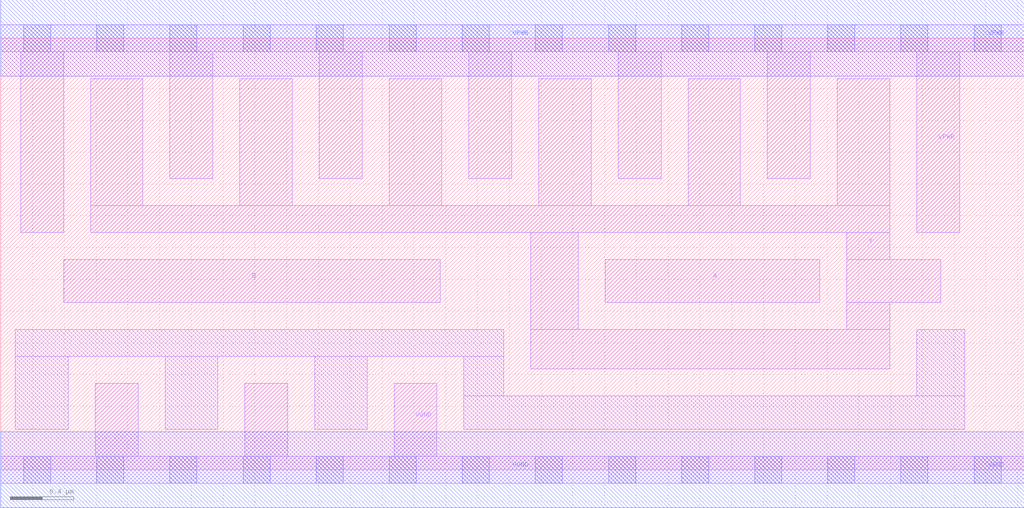
<source format=lef>
# Copyright 2020 The SkyWater PDK Authors
#
# Licensed under the Apache License, Version 2.0 (the "License");
# you may not use this file except in compliance with the License.
# You may obtain a copy of the License at
#
#     https://www.apache.org/licenses/LICENSE-2.0
#
# Unless required by applicable law or agreed to in writing, software
# distributed under the License is distributed on an "AS IS" BASIS,
# WITHOUT WARRANTIES OR CONDITIONS OF ANY KIND, either express or implied.
# See the License for the specific language governing permissions and
# limitations under the License.
#
# SPDX-License-Identifier: Apache-2.0

VERSION 5.7 ;
  NAMESCASESENSITIVE ON ;
  NOWIREEXTENSIONATPIN ON ;
  DIVIDERCHAR "/" ;
  BUSBITCHARS "[]" ;
UNITS
  DATABASE MICRONS 200 ;
END UNITS
PROPERTYDEFINITIONS
  MACRO maskLayoutSubType STRING ;
  MACRO prCellType STRING ;
  MACRO originalViewName STRING ;
END PROPERTYDEFINITIONS
MACRO sky130_fd_sc_hdll__nand2_6
  CLASS CORE ;
  FOREIGN sky130_fd_sc_hdll__nand2_6 ;
  ORIGIN  0.000000  0.000000 ;
  SIZE  6.440000 BY  2.720000 ;
  SYMMETRY X Y R90 ;
  SITE unithd ;
  PIN A
    ANTENNAGATEAREA  1.665000 ;
    DIRECTION INPUT ;
    USE SIGNAL ;
    PORT
      LAYER li1 ;
        RECT 3.805000 1.055000 5.155000 1.325000 ;
    END
  END A
  PIN B
    ANTENNAGATEAREA  1.665000 ;
    DIRECTION INPUT ;
    USE SIGNAL ;
    PORT
      LAYER li1 ;
        RECT 0.395000 1.055000 2.765000 1.325000 ;
    END
  END B
  PIN VGND
    ANTENNADIFFAREA  0.721500 ;
    DIRECTION INOUT ;
    USE SIGNAL ;
    PORT
      LAYER li1 ;
        RECT 0.000000 -0.085000 6.440000 0.085000 ;
        RECT 0.595000  0.085000 0.865000 0.545000 ;
        RECT 1.535000  0.085000 1.805000 0.545000 ;
        RECT 2.475000  0.085000 2.745000 0.545000 ;
      LAYER mcon ;
        RECT 0.145000 -0.085000 0.315000 0.085000 ;
        RECT 0.605000 -0.085000 0.775000 0.085000 ;
        RECT 1.065000 -0.085000 1.235000 0.085000 ;
        RECT 1.525000 -0.085000 1.695000 0.085000 ;
        RECT 1.985000 -0.085000 2.155000 0.085000 ;
        RECT 2.445000 -0.085000 2.615000 0.085000 ;
        RECT 2.905000 -0.085000 3.075000 0.085000 ;
        RECT 3.365000 -0.085000 3.535000 0.085000 ;
        RECT 3.825000 -0.085000 3.995000 0.085000 ;
        RECT 4.285000 -0.085000 4.455000 0.085000 ;
        RECT 4.745000 -0.085000 4.915000 0.085000 ;
        RECT 5.205000 -0.085000 5.375000 0.085000 ;
        RECT 5.665000 -0.085000 5.835000 0.085000 ;
        RECT 6.125000 -0.085000 6.295000 0.085000 ;
      LAYER met1 ;
        RECT 0.000000 -0.240000 6.440000 0.240000 ;
    END
  END VGND
  PIN VPWR
    ANTENNADIFFAREA  1.990000 ;
    DIRECTION INOUT ;
    USE SIGNAL ;
    PORT
      LAYER li1 ;
        RECT 0.000000 2.635000 6.440000 2.805000 ;
        RECT 0.125000 1.495000 0.395000 2.635000 ;
        RECT 1.065000 1.835000 1.335000 2.635000 ;
        RECT 2.005000 1.835000 2.275000 2.635000 ;
        RECT 2.945000 1.835000 3.215000 2.635000 ;
        RECT 3.885000 1.835000 4.155000 2.635000 ;
        RECT 4.825000 1.835000 5.095000 2.635000 ;
        RECT 5.765000 1.495000 6.035000 2.635000 ;
      LAYER mcon ;
        RECT 0.145000 2.635000 0.315000 2.805000 ;
        RECT 0.605000 2.635000 0.775000 2.805000 ;
        RECT 1.065000 2.635000 1.235000 2.805000 ;
        RECT 1.525000 2.635000 1.695000 2.805000 ;
        RECT 1.985000 2.635000 2.155000 2.805000 ;
        RECT 2.445000 2.635000 2.615000 2.805000 ;
        RECT 2.905000 2.635000 3.075000 2.805000 ;
        RECT 3.365000 2.635000 3.535000 2.805000 ;
        RECT 3.825000 2.635000 3.995000 2.805000 ;
        RECT 4.285000 2.635000 4.455000 2.805000 ;
        RECT 4.745000 2.635000 4.915000 2.805000 ;
        RECT 5.205000 2.635000 5.375000 2.805000 ;
        RECT 5.665000 2.635000 5.835000 2.805000 ;
        RECT 6.125000 2.635000 6.295000 2.805000 ;
      LAYER met1 ;
        RECT 0.000000 2.480000 6.440000 2.960000 ;
    END
  END VPWR
  PIN Y
    ANTENNADIFFAREA  2.429000 ;
    DIRECTION OUTPUT ;
    USE SIGNAL ;
    PORT
      LAYER li1 ;
        RECT 0.565000 1.495000 5.595000 1.665000 ;
        RECT 0.565000 1.665000 0.895000 2.465000 ;
        RECT 1.505000 1.665000 1.835000 2.465000 ;
        RECT 2.445000 1.665000 2.775000 2.465000 ;
        RECT 3.335000 0.635000 5.595000 0.885000 ;
        RECT 3.335000 0.885000 3.635000 1.495000 ;
        RECT 3.385000 1.665000 3.715000 2.465000 ;
        RECT 4.325000 1.665000 4.655000 2.465000 ;
        RECT 5.265000 1.665000 5.595000 2.465000 ;
        RECT 5.325000 0.885000 5.595000 1.055000 ;
        RECT 5.325000 1.055000 5.915000 1.325000 ;
        RECT 5.325000 1.325000 5.595000 1.495000 ;
    END
  END Y
  OBS
    LAYER li1 ;
      RECT 0.090000 0.255000 0.425000 0.715000 ;
      RECT 0.090000 0.715000 3.165000 0.885000 ;
      RECT 1.035000 0.255000 1.365000 0.715000 ;
      RECT 1.975000 0.255000 2.305000 0.715000 ;
      RECT 2.915000 0.255000 6.065000 0.465000 ;
      RECT 2.915000 0.465000 3.165000 0.715000 ;
      RECT 5.765000 0.465000 6.065000 0.885000 ;
  END
  PROPERTY maskLayoutSubType "abstract" ;
  PROPERTY prCellType "standard" ;
  PROPERTY originalViewName "layout" ;
END sky130_fd_sc_hdll__nand2_6

</source>
